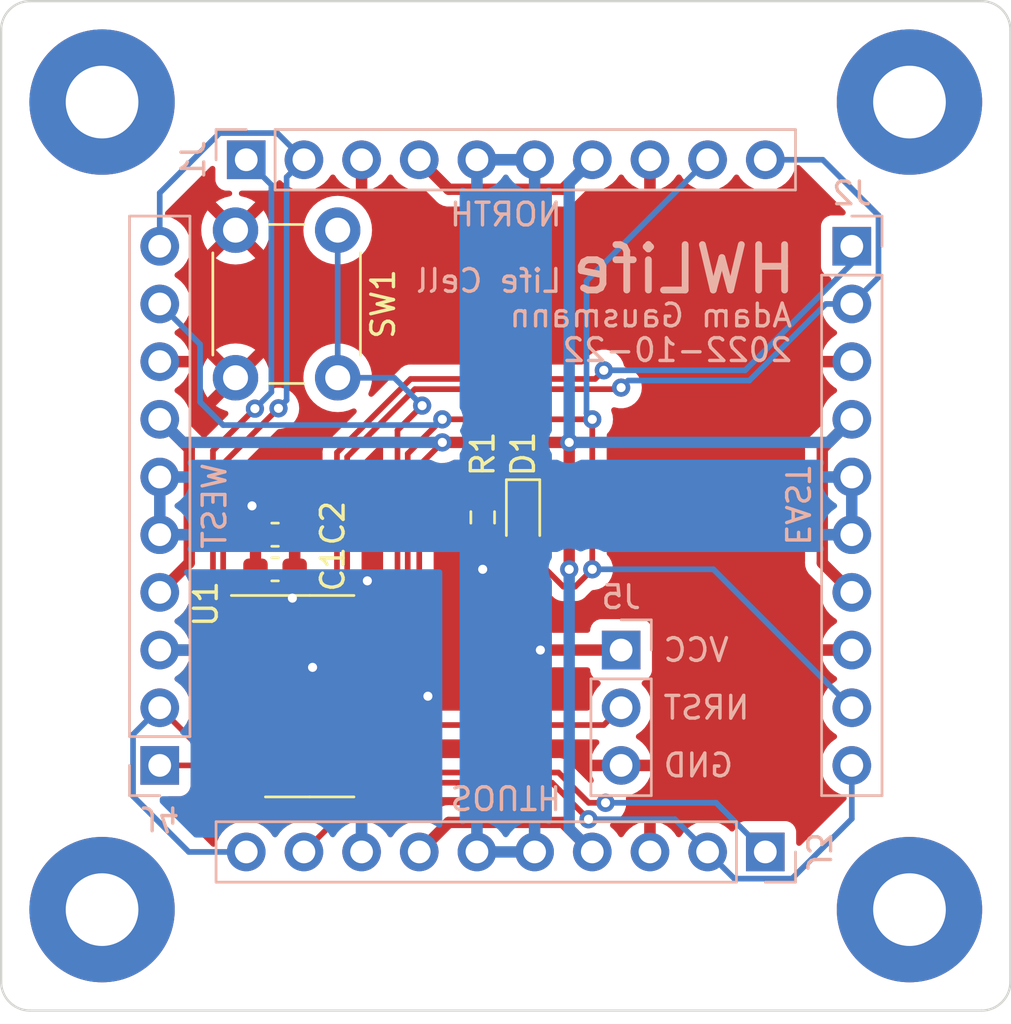
<source format=kicad_pcb>
(kicad_pcb (version 20211014) (generator pcbnew)
  (layers (0 "F.Cu" signal) (31 "B.Cu" signal) (34 "B.Paste" user) (35 "F.Paste" user) (36 "B.SilkS" user "B.Silkscreen") (37 "F.SilkS" user "F.Silkscreen") (38 "B.Mask" user) (39 "F.Mask" user) (44 "Edge.Cuts" user))
  (net 0 "")
  (net 1 "VCC")
  (net 2 "GND")
  (net 3 "/Cell/NRST")
  (net 4 "Net-(D1-Pad1)")
  (net 5 "/Cell/TOGGLE")
  (net 6 "/Cell/CLK")
  (net 7 "/Cell/DIA1")
  (net 8 "/Cell/ADJ1")
  (net 9 "/Cell/STATE")
  (net 10 "/Cell/ADJ2")
  (net 11 "/Cell/DIA2")
  (net 12 "/Cell/ADJ3")
  (net 13 "/Cell/DIA3")
  (net 14 "/Cell/ADJ4")
  (net 15 "/Cell/DIA4")
  (footprint "LED_SMD:LED_0603_1608Metric_Pad1.05x0.95mm_HandSolder" (layer "F.Cu") (at 193.802 62.738 -90)
    (fp_text reference "D1" (at -2.794 0 90) (layer "F.SilkS"))
    (fp_text value "LED")
    (fp_line (start 0.8 -0.735) (end -1.66 -0.735) (layer "F.SilkS") (width 0.12))
    (fp_line (start -1.66 0.735) (end 0.8 0.735) (layer "F.SilkS") (width 0.12))
    (fp_line (start -1.66 -0.735) (end -1.66 0.735) (layer "F.SilkS") (width 0.12))
    (pad "1" smd roundrect (at -0.875 0 270) (size 1.05 0.95) (layers "F.Cu" "F.Paste" "F.Mask") (net 4 "Net-(D1-Pad1)"))
    (pad "2" smd roundrect (at 0.875 0 270) (size 1.05 0.95) (layers "F.Cu" "F.Paste" "F.Mask") (net 9 "/Cell/STATE"))
  )
  (footprint "Button_Switch_THT:SW_PUSH_6mm_H4.3mm" (layer "F.Cu") (at 185.638 50.09 -90)
    (fp_text reference "SW1" (at 3.25 -2 90) (layer "F.SilkS"))
    (fp_text value "Toggle")
    (fp_line (start 1 5.5) (end 5.5 5.5) (layer "F.SilkS") (width 0.12))
    (fp_line (start -0.25 1.5) (end -0.25 3) (layer "F.SilkS") (width 0.12))
    (fp_line (start 6.75 3) (end 6.75 1.5) (layer "F.SilkS") (width 0.12))
    (fp_line (start 5.5 -1) (end 1 -1) (layer "F.SilkS") (width 0.12))
    (pad "1" thru_hole circle (at 6.5 0) (size 2 2) (drill 1.1) (layers *.Cu *.Mask) (net 5 "/Cell/TOGGLE"))
    (pad "1" thru_hole circle (at 0 0) (size 2 2) (drill 1.1) (layers *.Cu *.Mask) (net 5 "/Cell/TOGGLE"))
    (pad "2" thru_hole circle (at 0 4.5) (size 2 2) (drill 1.1) (layers *.Cu *.Mask) (net 2 "GND"))
    (pad "2" thru_hole circle (at 6.5 4.5) (size 2 2) (drill 1.1) (layers *.Cu *.Mask) (net 2 "GND"))
  )
  (footprint "Resistor_SMD:R_0603_1608Metric_Pad0.98x0.95mm_HandSolder" (layer "F.Cu") (at 192.024 62.738 90)
    (fp_text reference "R1" (at 2.794 0 90) (layer "F.SilkS"))
    (fp_text value "120R")
    (fp_line (start -0.254724 0.5225) (end 0.254724 0.5225) (layer "F.SilkS") (width 0.12))
    (fp_line (start -0.254724 -0.5225) (end 0.254724 -0.5225) (layer "F.SilkS") (width 0.12))
    (pad "1" smd roundrect (at -0.9125 0 90) (size 0.975 0.95) (layers "F.Cu" "F.Paste" "F.Mask") (net 1 "VCC"))
    (pad "2" smd roundrect (at 0.9125 0 90) (size 0.975 0.95) (layers "F.Cu" "F.Paste" "F.Mask") (net 4 "Net-(D1-Pad1)"))
  )
  (footprint "Package_SO:SOIC-14_3.9x8.7mm_P1.27mm" (layer "F.Cu") (at 184.404 70.612)
    (fp_text reference "U1" (at -4.572 -4.064 90) (layer "F.SilkS"))
    (fp_text value "ATtiny404-SS")
    (fp_line (start 0 4.435) (end 1.95 4.435) (layer "F.SilkS") (width 0.12))
    (fp_line (start 0 -4.435) (end -3.45 -4.435) (layer "F.SilkS") (width 0.12))
    (fp_line (start 0 -4.435) (end 1.95 -4.435) (layer "F.SilkS") (width 0.12))
    (fp_line (start 0 4.435) (end -1.95 4.435) (layer "F.SilkS") (width 0.12))
    (pad "1" smd roundrect (at -2.475 -3.81) (size 1.95 0.6) (layers "F.Cu" "F.Paste" "F.Mask") (net 1 "VCC"))
    (pad "2" smd roundrect (at -2.475 -2.54) (size 1.95 0.6) (layers "F.Cu" "F.Paste" "F.Mask") (net 11 "/Cell/DIA2"))
    (pad "3" smd roundrect (at -2.475 -1.27) (size 1.95 0.6) (layers "F.Cu" "F.Paste" "F.Mask") (net 10 "/Cell/ADJ2"))
    (pad "4" smd roundrect (at -2.475 0) (size 1.95 0.6) (layers "F.Cu" "F.Paste" "F.Mask") (net 8 "/Cell/ADJ1"))
    (pad "5" smd roundrect (at -2.475 1.27) (size 1.95 0.6) (layers "F.Cu" "F.Paste" "F.Mask") (net 7 "/Cell/DIA1"))
    (pad "6" smd roundrect (at -2.475 2.54) (size 1.95 0.6) (layers "F.Cu" "F.Paste" "F.Mask") (net 14 "/Cell/ADJ4"))
    (pad "7" smd roundrect (at -2.475 3.81) (size 1.95 0.6) (layers "F.Cu" "F.Paste" "F.Mask") (net 15 "/Cell/DIA4"))
    (pad "8" smd roundrect (at 2.475 3.81) (size 1.95 0.6) (layers "F.Cu" "F.Paste" "F.Mask") (net 12 "/Cell/ADJ3"))
    (pad "9" smd roundrect (at 2.475 2.54) (size 1.95 0.6) (layers "F.Cu" "F.Paste" "F.Mask") (net 13 "/Cell/DIA3"))
    (pad "10" smd roundrect (at 2.475 1.27) (size 1.95 0.6) (layers "F.Cu" "F.Paste" "F.Mask") (net 3 "/Cell/NRST"))
    (pad "11" smd roundrect (at 2.475 0) (size 1.95 0.6) (layers "F.Cu" "F.Paste" "F.Mask") (net 6 "/Cell/CLK"))
    (pad "12" smd roundrect (at 2.475 -1.27) (size 1.95 0.6) (layers "F.Cu" "F.Paste" "F.Mask") (net 9 "/Cell/STATE"))
    (pad "13" smd roundrect (at 2.475 -2.54) (size 1.95 0.6) (layers "F.Cu" "F.Paste" "F.Mask") (net 5 "/Cell/TOGGLE"))
    (pad "14" smd roundrect (at 2.475 -3.81) (size 1.95 0.6) (layers "F.Cu" "F.Paste" "F.Mask") (net 2 "GND"))
  )
  (footprint "MountingHole:MountingHole_3.2mm_M3_Pad" (layer "F.Cu") (at 210.82 44.45)
    (fp_text reference "H2" hide)
    (fp_text value "M3")
    (pad "1" thru_hole circle (at 0 0) (size 6.4 6.4) (drill 3.2) (layers *.Cu *.Mask))
  )
  (footprint "MountingHole:MountingHole_3.2mm_M3_Pad" (layer "F.Cu") (at 175.26 80.01)
    (fp_text reference "H4" hide)
    (fp_text value "M3")
    (pad "1" thru_hole circle (at 0 0) (size 6.4 6.4) (drill 3.2) (layers *.Cu *.Mask))
  )
  (footprint "Capacitor_SMD:C_0603_1608Metric_Pad1.08x0.95mm_HandSolder" (layer "F.Cu") (at 182.88 65.024)
    (fp_text reference "C1" (at 2.54 0 90) (layer "F.SilkS"))
    (fp_text value "100nF")
    (fp_line (start -0.146267 -0.51) (end 0.146267 -0.51) (layer "F.SilkS") (width 0.12))
    (fp_line (start -0.146267 0.51) (end 0.146267 0.51) (layer "F.SilkS") (width 0.12))
    (pad "1" smd roundrect (at -0.8625 0) (size 1.075 0.95) (layers "F.Cu" "F.Paste" "F.Mask") (net 1 "VCC"))
    (pad "2" smd roundrect (at 0.8625 0) (size 1.075 0.95) (layers "F.Cu" "F.Paste" "F.Mask") (net 2 "GND"))
  )
  (footprint "MountingHole:MountingHole_3.2mm_M3_Pad" (layer "F.Cu") (at 210.82 80.01)
    (fp_text reference "H3" hide)
    (fp_text value "M3")
    (pad "1" thru_hole circle (at 0 0) (size 6.4 6.4) (drill 3.2) (layers *.Cu *.Mask))
  )
  (footprint "MountingHole:MountingHole_3.2mm_M3_Pad" (layer "F.Cu") (at 175.26 44.45)
    (fp_text reference "H1" hide)
    (fp_text value "M3")
    (pad "1" thru_hole circle (at 0 0) (size 6.4 6.4) (drill 3.2) (layers *.Cu *.Mask))
  )
  (footprint "Capacitor_SMD:C_0603_1608Metric_Pad1.08x0.95mm_HandSolder" (layer "F.Cu") (at 182.88 63.5)
    (fp_text reference "C2" (at 2.54 -0.508 90) (layer "F.SilkS"))
    (fp_text value "Bulk")
    (fp_line (start -0.146267 -0.51) (end 0.146267 -0.51) (layer "F.SilkS") (width 0.12))
    (fp_line (start -0.146267 0.51) (end 0.146267 0.51) (layer "F.SilkS") (width 0.12))
    (pad "1" smd roundrect (at -0.8625 0) (size 1.075 0.95) (layers "F.Cu" "F.Paste" "F.Mask") (net 1 "VCC"))
    (pad "2" smd roundrect (at 0.8625 0) (size 1.075 0.95) (layers "F.Cu" "F.Paste" "F.Mask") (net 2 "GND"))
  )
  (footprint "Connector_PinHeader_2.54mm:PinHeader_1x10_P2.54mm_Vertical" (layer "B.Cu") (at 204.47 77.47 90)
    (fp_text reference "J3" (at 0 2.33 270 unlocked) (layer "B.SilkS") (effects (justify mirror)))
    (fp_text value "Interconnect")
    (fp_line (start 1.33 -1.27) (end 1.33 -24.19) (layer "B.SilkS") (width 0.12))
    (fp_line (start -1.33 -1.27) (end -1.33 -24.19) (layer "B.SilkS") (width 0.12))
    (fp_line (start -1.33 1.33) (end 0 1.33) (layer "B.SilkS") (width 0.12))
    (fp_line (start -1.33 -1.27) (end 1.33 -1.27) (layer "B.SilkS") (width 0.12))
    (fp_line (start -1.33 -24.19) (end 1.33 -24.19) (layer "B.SilkS") (width 0.12))
    (fp_line (start -1.33 0) (end -1.33 1.33) (layer "B.SilkS") (width 0.12))
    (pad "1" thru_hole rect (at 0 0 90) (size 1.7 1.7) (drill 1) (layers *.Cu *.Mask) (net 13 "/Cell/DIA3"))
    (pad "2" thru_hole oval (at 0 -2.54 90) (size 1.7 1.7) (drill 1) (layers *.Cu *.Mask) (net 12 "/Cell/ADJ3"))
    (pad "3" thru_hole oval (at 0 -5.08 90) (size 1.7 1.7) (drill 1) (layers *.Cu *.Mask) (net 2 "GND"))
    (pad "4" thru_hole oval (at 0 -7.62 90) (size 1.7 1.7) (drill 1) (layers *.Cu *.Mask) (net 6 "/Cell/CLK"))
    (pad "5" thru_hole oval (at 0 -10.16 90) (size 1.7 1.7) (drill 1) (layers *.Cu *.Mask) (net 1 "VCC"))
    (pad "6" thru_hole oval (at 0 -12.7 90) (size 1.7 1.7) (drill 1) (layers *.Cu *.Mask) (net 1 "VCC"))
    (pad "7" thru_hole oval (at 0 -15.24 90) (size 1.7 1.7) (drill 1) (layers *.Cu *.Mask) (net 6 "/Cell/CLK"))
    (pad "8" thru_hole oval (at 0 -17.78 90) (size 1.7 1.7) (drill 1) (layers *.Cu *.Mask) (net 2 "GND"))
    (pad "9" thru_hole oval (at 0 -20.32 90) (size 1.7 1.7) (drill 1) (layers *.Cu *.Mask) (net 9 "/Cell/STATE"))
    (pad "10" thru_hole oval (at 0 -22.86 90) (size 1.7 1.7) (drill 1) (layers *.Cu *.Mask) (net 14 "/Cell/ADJ4"))
  )
  (footprint "Connector_PinHeader_2.54mm:PinHeader_1x10_P2.54mm_Vertical" (layer "B.Cu") (at 177.8 73.66)
    (fp_text reference "J4" (at 0 2.33 180 unlocked) (layer "B.SilkS") (effects (justify mirror)))
    (fp_text value "Interconnect")
    (fp_line (start -1.33 -1.27) (end 1.33 -1.27) (layer "B.SilkS") (width 0.12))
    (fp_line (start 1.33 -1.27) (end 1.33 -24.19) (layer "B.SilkS") (width 0.12))
    (fp_line (start -1.33 -24.19) (end 1.33 -24.19) (layer "B.SilkS") (width 0.12))
    (fp_line (start -1.33 -1.27) (end -1.33 -24.19) (layer "B.SilkS") (width 0.12))
    (fp_line (start -1.33 0) (end -1.33 1.33) (layer "B.SilkS") (width 0.12))
    (fp_line (start -1.33 1.33) (end 0 1.33) (layer "B.SilkS") (width 0.12))
    (pad "1" thru_hole rect (at 0 0) (size 1.7 1.7) (drill 1) (layers *.Cu *.Mask) (net 15 "/Cell/DIA4"))
    (pad "2" thru_hole oval (at 0 -2.54) (size 1.7 1.7) (drill 1) (layers *.Cu *.Mask) (net 14 "/Cell/ADJ4"))
    (pad "3" thru_hole oval (at 0 -5.08) (size 1.7 1.7) (drill 1) (layers *.Cu *.Mask) (net 2 "GND"))
    (pad "4" thru_hole oval (at 0 -7.62) (size 1.7 1.7) (drill 1) (layers *.Cu *.Mask) (net 6 "/Cell/CLK"))
    (pad "5" thru_hole oval (at 0 -10.16) (size 1.7 1.7) (drill 1) (layers *.Cu *.Mask) (net 1 "VCC"))
    (pad "6" thru_hole oval (at 0 -12.7) (size 1.7 1.7) (drill 1) (layers *.Cu *.Mask) (net 1 "VCC"))
    (pad "7" thru_hole oval (at 0 -15.24) (size 1.7 1.7) (drill 1) (layers *.Cu *.Mask) (net 6 "/Cell/CLK"))
    (pad "8" thru_hole oval (at 0 -17.78) (size 1.7 1.7) (drill 1) (layers *.Cu *.Mask) (net 2 "GND"))
    (pad "9" thru_hole oval (at 0 -20.32) (size 1.7 1.7) (drill 1) (layers *.Cu *.Mask) (net 9 "/Cell/STATE"))
    (pad "10" thru_hole oval (at 0 -22.86) (size 1.7 1.7) (drill 1) (layers *.Cu *.Mask) (net 8 "/Cell/ADJ1"))
  )
  (footprint "Connector_PinHeader_2.54mm:PinHeader_1x10_P2.54mm_Vertical" (layer "B.Cu") (at 181.61 46.99 -90)
    (fp_text reference "J1" (at 0 2.33 90 unlocked) (layer "B.SilkS") (effects (justify mirror)))
    (fp_text value "Interconnect")
    (fp_line (start -1.33 0) (end -1.33 1.33) (layer "B.SilkS") (width 0.12))
    (fp_line (start -1.33 1.33) (end 0 1.33) (layer "B.SilkS") (width 0.12))
    (fp_line (start 1.33 -1.27) (end 1.33 -24.19) (layer "B.SilkS") (width 0.12))
    (fp_line (start -1.33 -24.19) (end 1.33 -24.19) (layer "B.SilkS") (width 0.12))
    (fp_line (start -1.33 -1.27) (end -1.33 -24.19) (layer "B.SilkS") (width 0.12))
    (fp_line (start -1.33 -1.27) (end 1.33 -1.27) (layer "B.SilkS") (width 0.12))
    (pad "1" thru_hole rect (at 0 0 270) (size 1.7 1.7) (drill 1) (layers *.Cu *.Mask) (net 7 "/Cell/DIA1"))
    (pad "2" thru_hole oval (at 0 -2.54 270) (size 1.7 1.7) (drill 1) (layers *.Cu *.Mask) (net 8 "/Cell/ADJ1"))
    (pad "3" thru_hole oval (at 0 -5.08 270) (size 1.7 1.7) (drill 1) (layers *.Cu *.Mask) (net 2 "GND"))
    (pad "4" thru_hole oval (at 0 -7.62 270) (size 1.7 1.7) (drill 1) (layers *.Cu *.Mask) (net 6 "/Cell/CLK"))
    (pad "5" thru_hole oval (at 0 -10.16 270) (size 1.7 1.7) (drill 1) (layers *.Cu *.Mask) (net 1 "VCC"))
    (pad "6" thru_hole oval (at 0 -12.7 270) (size 1.7 1.7) (drill 1) (layers *.Cu *.Mask) (net 1 "VCC"))
    (pad "7" thru_hole oval (at 0 -15.24 270) (size 1.7 1.7) (drill 1) (layers *.Cu *.Mask) (net 6 "/Cell/CLK"))
    (pad "8" thru_hole oval (at 0 -17.78 270) (size 1.7 1.7) (drill 1) (layers *.Cu *.Mask) (net 2 "GND"))
    (pad "9" thru_hole oval (at 0 -20.32 270) (size 1.7 1.7) (drill 1) (layers *.Cu *.Mask) (net 9 "/Cell/STATE"))
    (pad "10" thru_hole oval (at 0 -22.86 270) (size 1.7 1.7) (drill 1) (layers *.Cu *.Mask) (net 10 "/Cell/ADJ2"))
  )
  (footprint "Connector_PinHeader_2.54mm:PinHeader_1x10_P2.54mm_Vertical" (layer "B.Cu") (at 208.28 50.8 180)
    (fp_text reference "J2" (at 0 2.33 unlocked) (layer "B.SilkS") (effects (justify mirror)))
    (fp_text value "Interconnect")
    (fp_line (start -1.33 -1.27) (end 1.33 -1.27) (layer "B.SilkS") (width 0.12))
    (fp_line (start -1.33 -1.27) (end -1.33 -24.19) (layer "B.SilkS") (width 0.12))
    (fp_line (start -1.33 1.33) (end 0 1.33) (layer "B.SilkS") (width 0.12))
    (fp_line (start 1.33 -1.27) (end 1.33 -24.19) (layer "B.SilkS") (width 0.12))
    (fp_line (start -1.33 0) (end -1.33 1.33) (layer "B.SilkS") (width 0.12))
    (fp_line (start -1.33 -24.19) (end 1.33 -24.19) (layer "B.SilkS") (width 0.12))
    (pad "1" thru_hole rect (at 0 0 180) (size 1.7 1.7) (drill 1) (layers *.Cu *.Mask) (net 11 "/Cell/DIA2"))
    (pad "2" thru_hole oval (at 0 -2.54 180) (size 1.7 1.7) (drill 1) (layers *.Cu *.Mask) (net 10 "/Cell/ADJ2"))
    (pad "3" thru_hole oval (at 0 -5.08 180) (size 1.7 1.7) (drill 1) (layers *.Cu *.Mask) (net 2 "GND"))
    (pad "4" thru_hole oval (at 0 -7.62 180) (size 1.7 1.7) (drill 1) (layers *.Cu *.Mask) (net 6 "/Cell/CLK"))
    (pad "5" thru_hole oval (at 0 -10.16 180) (size 1.7 1.7) (drill 1) (layers *.Cu *.Mask) (net 1 "VCC"))
    (pad "6" thru_hole oval (at 0 -12.7 180) (size 1.7 1.7) (drill 1) (layers *.Cu *.Mask) (net 1 "VCC"))
    (pad "7" thru_hole oval (at 0 -15.24 180) (size 1.7 1.7) (drill 1) (layers *.Cu *.Mask) (net 6 "/Cell/CLK"))
    (pad "8" thru_hole oval (at 0 -17.78 180) (size 1.7 1.7) (drill 1) (layers *.Cu *.Mask) (net 2 "GND"))
    (pad "9" thru_hole oval (at 0 -20.32 180) (size 1.7 1.7) (drill 1) (layers *.Cu *.Mask) (net 9 "/Cell/STATE"))
    (pad "10" thru_hole oval (at 0 -22.86 180) (size 1.7 1.7) (drill 1) (layers *.Cu *.Mask) (net 12 "/Cell/ADJ3"))
  )
  (footprint "Connector_PinHeader_2.54mm:PinHeader_1x03_P2.54mm_Vertical" (layer "B.Cu") (at 198.12 68.58 180)
    (fp_text reference "J5" (at 0 2.33) (layer "B.SilkS") (effects (justify mirror)))
    (fp_text value "UPDI")
    (fp_line (start -1.33 0) (end -1.33 1.33) (layer "B.SilkS") (width 0.12))
    (fp_line (start 1.33 -1.27) (end 1.33 -6.41) (layer "B.SilkS") (width 0.12))
    (fp_line (start -1.33 -1.27) (end -1.33 -6.41) (layer "B.SilkS") (width 0.12))
    (fp_line (start -1.33 -1.27) (end 1.33 -1.27) (layer "B.SilkS") (width 0.12))
    (fp_line (start -1.33 -6.41) (end 1.33 -6.41) (layer "B.SilkS") (width 0.12))
    (fp_line (start -1.33 1.33) (end 0 1.33) (layer "B.SilkS") (width 0.12))
    (pad "1" thru_hole rect (at 0 0 180) (size 1.7 1.7) (drill 1) (layers *.Cu *.Mask) (net 1 "VCC"))
    (pad "2" thru_hole oval (at 0 -2.54 180) (size 1.7 1.7) (drill 1) (layers *.Cu *.Mask) (net 3 "/Cell/NRST"))
    (pad "3" thru_hole oval (at 0 -5.08 180) (size 1.7 1.7) (drill 1) (layers *.Cu *.Mask) (net 2 "GND"))
  )
  (gr_line (start 213.995 84.455) (end 172.085 84.455) (layer "Edge.Cuts") (width 0.1))
  (gr_line (start 215.265 41.275) (end 215.265 83.185) (layer "Edge.Cuts") (width 0.1))
  (gr_arc (start 213.995 40.005) (mid 214.893026 40.376974) (end 215.265 41.275) (layer "Edge.Cuts") (width 0.1))
  (gr_line (start 172.085 40.005) (end 213.995 40.005) (layer "Edge.Cuts") (width 0.1))
  (gr_arc (start 170.815 41.275) (mid 171.186974 40.376974) (end 172.085 40.005) (layer "Edge.Cuts") (width 0.1))
  (gr_arc (start 172.085 84.455) (mid 171.186974 84.083026) (end 170.815 83.185) (layer "Edge.Cuts") (width 0.1))
  (gr_line (start 170.815 83.185) (end 170.815 41.275) (layer "Edge.Cuts") (width 0.1))
  (gr_arc (start 215.265 83.185) (mid 214.893026 84.083026) (end 213.995 84.455) (layer "Edge.Cuts") (width 0.1))
  (gr_text "Adam Gausmann" (at 205.74 53.848) (layer "B.SilkS") (effects (font (size 1 1)) (justify left mirror)))
  (gr_text "VCC" (at 199.898 68.58) (layer "B.SilkS") (effects (font (size 1 1)) (justify right mirror)))
  (gr_text "NORTH" (at 193.04 49.403) (layer "B.SilkS") (effects (font (size 1 1)) (justify mirror)))
  (gr_text "SOUTH" (at 193.04 75.057 180) (layer "B.SilkS") (effects (font (size 1 1)) (justify mirror)))
  (gr_text "Life Cell" (at 195.58 52.324) (layer "B.SilkS") (effects (font (size 1 1)) (justify left mirror)))
  (gr_text "HWLife" (at 205.994 51.816) (layer "B.SilkS") (effects (font (size 2 2) (thickness 0.3)) (justify left mirror)))
  (gr_text "NRST" (at 199.898 71.12) (layer "B.SilkS") (effects (font (size 1 1)) (justify right mirror)))
  (gr_text "WEST" (at 180.213 62.23 90) (layer "B.SilkS") (effects (font (size 1 1)) (justify mirror)))
  (gr_text "GND\n" (at 199.898 73.66) (layer "B.SilkS") (effects (font (size 1 1)) (justify right mirror)))
  (gr_text "EAST" (at 205.867 62.23 270) (layer "B.SilkS") (effects (font (size 1 1)) (justify mirror)))
  (gr_text "2022-10-22" (at 205.74 55.372) (layer "B.SilkS") (effects (font (size 1 1)) (justify left mirror)))
  (segment (start 182.0175 66.7135) (end 181.929 66.802) (width 0.5) (layer "F.Cu") (net 1))
  (segment (start 182.0175 62.3835) (end 181.864 62.23) (width 0.5) (layer "F.Cu") (net 1))
  (segment (start 194.564 68.58) (end 198.12 68.58) (width 0.5) (layer "F.Cu") (net 1))
  (segment (start 192.024 63.6505) (end 192.024 65.024) (width 0.5) (layer "F.Cu") (net 1))
  (segment (start 182.0175 63.5) (end 182.0175 62.3835) (width 0.5) (layer "F.Cu") (net 1))
  (segment (start 182.0175 65.024) (end 182.0175 66.7135) (width 0.5) (layer "F.Cu") (net 1))
  (segment (start 182.0175 65.024) (end 182.0175 63.5) (width 0.5) (layer "F.Cu") (net 1))
  (via (at 181.864 62.23) (size 0.8) (drill 0.4) (layers "F.Cu" "B.Cu") (net 1))
  (via (at 192.024 65.024) (size 0.8) (drill 0.4) (layers "F.Cu" "B.Cu") (net 1))
  (via (at 194.564 68.58) (size 0.8) (drill 0.4) (layers "F.Cu" "B.Cu") (net 1))
  (segment (start 177.8 60.96) (end 177.8 63.5) (width 0.5) (layer "B.Cu") (net 1))
  (segment (start 208.28 60.96) (end 208.28 63.5) (width 0.5) (layer "B.Cu") (net 1))
  (segment (start 194.31 46.99) (end 191.77 46.99) (width 0.5) (layer "B.Cu") (net 1))
  (segment (start 194.31 77.47) (end 191.77 77.47) (width 0.5) (layer "B.Cu") (net 1))
  (via (at 184.531 69.342) (size 0.8) (drill 0.4) (layers "F.Cu" "B.Cu") (net 2))
  (via (at 183.642 66.294) (size 0.8) (drill 0.4) (layers "F.Cu" "B.Cu") (net 2))
  (via (at 189.611 70.612) (size 0.8) (drill 0.4) (layers "F.Cu" "B.Cu") (net 2))
  (via (at 186.944 65.532) (size 0.8) (drill 0.4) (layers "F.Cu" "B.Cu") (net 2))
  (segment (start 197.358 71.882) (end 186.879 71.882) (width 0.25) (layer "F.Cu") (net 3))
  (segment (start 198.12 71.12) (end 197.358 71.882) (width 0.25) (layer "F.Cu") (net 3))
  (segment (start 193.802 61.863) (end 192.0615 61.863) (width 0.25) (layer "F.Cu") (net 4))
  (segment (start 192.0615 61.863) (end 192.024 61.8255) (width 0.25) (layer "F.Cu") (net 4))
  (segment (start 188.272 58.9015) (end 188.272 67.437) (width 0.25) (layer "F.Cu") (net 5))
  (segment (start 187.637 68.072) (end 186.879 68.072) (width 0.25) (layer "F.Cu") (net 5))
  (segment (start 188.272 67.437) (end 187.637 68.072) (width 0.25) (layer "F.Cu") (net 5))
  (segment (start 189.357 57.8165) (end 188.272 58.9015) (width 0.25) (layer "F.Cu") (net 5))
  (via (at 189.357 57.8165) (size 0.8) (drill 0.4) (layers "F.Cu" "B.Cu") (net 5))
  (segment (start 185.638 56.59) (end 188.1305 56.59) (width 0.25) (layer "B.Cu") (net 5))
  (segment (start 185.638 56.59) (end 185.638 50.09) (width 0.25) (layer "B.Cu") (net 5))
  (segment (start 188.1305 56.59) (end 189.357 57.8165) (width 0.25) (layer "B.Cu") (net 5))
  (segment (start 179.1 59.72) (end 179.1 64.74) (width 0.5) (layer "F.Cu") (net 6))
  (segment (start 195.55 48.29) (end 190.53 48.29) (width 0.5) (layer "F.Cu") (net 6))
  (segment (start 186.879 70.612) (end 187.580396 70.612) (width 0.25) (layer "F.Cu") (net 6))
  (segment (start 190.246 59.436) (end 195.834 59.436) (width 0.5) (layer "F.Cu") (net 6))
  (segment (start 189.23 77.47) (end 190.53 76.17) (width 0.5) (layer "F.Cu") (net 6))
  (segment (start 208.28 58.42) (end 206.98 59.72) (width 0.5) (layer "F.Cu") (net 6))
  (segment (start 190.53 76.17) (end 195.55 76.17) (width 0.5) (layer "F.Cu") (net 6))
  (segment (start 190.53 48.29) (end 189.23 46.99) (width 0.5) (layer "F.Cu") (net 6))
  (segment (start 195.55 76.17) (end 196.85 77.47) (width 0.5) (layer "F.Cu") (net 6))
  (segment (start 206.98 59.72) (end 206.98 64.74) (width 0.5) (layer "F.Cu") (net 6))
  (segment (start 187.580396 70.612) (end 189.23 68.962396) (width 0.25) (layer "F.Cu") (net 6))
  (segment (start 177.8 58.42) (end 179.1 59.72) (width 0.5) (layer "F.Cu") (net 6))
  (segment (start 206.98 64.74) (end 208.28 66.04) (width 0.5) (layer "F.Cu") (net 6))
  (segment (start 179.1 64.74) (end 177.8 66.04) (width 0.5) (layer "F.Cu") (net 6))
  (segment (start 189.23 60.452) (end 190.246 59.436) (width 0.25) (layer "F.Cu") (net 6))
  (segment (start 196.85 46.99) (end 195.55 48.29) (width 0.5) (layer "F.Cu") (net 6))
  (segment (start 195.834 59.436) (end 195.834 65.024) (width 0.5) (layer "F.Cu") (net 6))
  (segment (start 189.23 68.962396) (end 189.23 60.452) (width 0.25) (layer "F.Cu") (net 6))
  (via (at 195.834 65.024) (size 0.8) (drill 0.4) (layers "F.Cu" "B.Cu") (net 6))
  (via (at 190.246 59.436) (size 0.8) (drill 0.4) (layers "F.Cu" "B.Cu") (net 6))
  (via (at 195.834 59.436) (size 0.8) (drill 0.4) (layers "F.Cu" "B.Cu") (net 6))
  (segment (start 195.834 59.436) (end 195.834 48.006) (width 0.5) (layer "B.Cu") (net 6))
  (segment (start 195.834 76.454) (end 195.834 65.024) (width 0.5) (layer "B.Cu") (net 6))
  (segment (start 208.28 58.42) (end 207.264 59.436) (width 0.5) (layer "B.Cu") (net 6))
  (segment (start 178.816 59.436) (end 177.8 58.42) (width 0.5) (layer "B.Cu") (net 6))
  (segment (start 195.834 48.006) (end 196.85 46.99) (width 0.5) (layer "B.Cu") (net 6))
  (segment (start 190.246 59.436) (end 178.816 59.436) (width 0.5) (layer "B.Cu") (net 6))
  (segment (start 196.85 77.47) (end 195.834 76.454) (width 0.5) (layer "B.Cu") (net 6))
  (segment (start 207.264 59.436) (end 195.834 59.436) (width 0.5) (layer "B.Cu") (net 6))
  (segment (start 181.356 71.882) (end 181.929 71.882) (width 0.25) (layer "F.Cu") (net 7))
  (segment (start 181.991 57.9495) (end 180.144 59.7965) (width 0.25) (layer "F.Cu") (net 7))
  (segment (start 180.144 59.7965) (end 180.144 70.67) (width 0.25) (layer "F.Cu") (net 7))
  (segment (start 180.144 70.67) (end 181.356 71.882) (width 0.25) (layer "F.Cu") (net 7))
  (via (at 181.991 57.9495) (size 0.8) (drill 0.4) (layers "F.Cu" "B.Cu") (net 7))
  (segment (start 182.717 48.097) (end 181.61 46.99) (width 0.25) (layer "B.Cu") (net 7))
  (segment (start 182.717 57.2235) (end 182.717 48.097) (width 0.25) (layer "B.Cu") (net 7))
  (segment (start 181.991 57.9495) (end 182.717 57.2235) (width 0.25) (layer "B.Cu") (net 7))
  (segment (start 180.594 70.358) (end 180.848 70.612) (width 0.25) (layer "F.Cu") (net 8))
  (segment (start 180.848 70.612) (end 181.929 70.612) (width 0.25) (layer "F.Cu") (net 8))
  (segment (start 183.03005 57.93505) (end 180.594 60.3711) (width 0.25) (layer "F.Cu") (net 8))
  (segment (start 180.594 60.3711) (end 180.594 70.358) (width 0.25) (layer "F.Cu") (net 8))
  (via (at 183.03005 57.93505) (size 0.8) (drill 0.4) (layers "F.Cu" "B.Cu") (net 8))
  (segment (start 182.975 45.815) (end 184.15 46.99) (width 0.25) (layer "B.Cu") (net 8))
  (segment (start 183.388 47.752) (end 184.15 46.99) (width 0.25) (layer "B.Cu") (net 8))
  (segment (start 177.8 48.45) (end 180.435 45.815) (width 0.25) (layer "B.Cu") (net 8))
  (segment (start 183.03005 57.93505) (end 183.388 57.5771) (width 0.25) (layer "B.Cu") (net 8))
  (segment (start 183.388 57.5771) (end 183.388 47.752) (width 0.25) (layer "B.Cu") (net 8))
  (segment (start 180.435 45.815) (end 182.975 45.815) (width 0.25) (layer "B.Cu") (net 8))
  (segment (start 177.8 50.8) (end 177.8 48.45) (width 0.25) (layer "B.Cu") (net 8))
  (segment (start 190.246 58.42) (end 190.236695 58.42) (width 0.25) (layer "F.Cu") (net 9))
  (segment (start 186.879 69.342) (end 186.502249 69.342) (width 0.25) (layer "F.Cu") (net 9))
  (segment (start 185.547 76.073) (end 184.15 77.47) (width 0.25) (layer "F.Cu") (net 9))
  (segment (start 196.097305 65.786) (end 195.570695 65.786) (width 0.25) (layer "F.Cu") (net 9))
  (segment (start 190.246 58.42) (end 196.85 58.42) (width 0.25) (layer "F.Cu") (net 9))
  (segment (start 187.452 69.342) (end 186.879 69.342) (width 0.25) (layer "F.Cu") (net 9))
  (segment (start 186.502249 69.342) (end 185.547 70.297249) (width 0.25) (layer "F.Cu") (net 9))
  (segment (start 196.85 58.42) (end 196.85 65.024) (width 0.25) (layer "F.Cu") (net 9))
  (segment (start 196.85 65.033305) (end 196.097305 65.786) (width 0.25) (layer "F.Cu") (net 9))
  (segment (start 188.722 68.072) (end 187.452 69.342) (width 0.25) (layer "F.Cu") (net 9))
  (segment (start 185.547 70.297249) (end 185.547 76.073) (width 0.25) (layer "F.Cu") (net 9))
  (segment (start 193.802 64.017305) (end 193.802 63.613) (width 0.25) (layer "F.Cu") (net 9))
  (segment (start 195.570695 65.786) (end 193.802 64.017305) (width 0.25) (layer "F.Cu") (net 9))
  (segment (start 190.236695 58.42) (end 188.722 59.934695) (width 0.25) (layer "F.Cu") (net 9))
  (segment (start 196.85 65.024) (end 196.85 65.033305) (width 0.25) (layer "F.Cu") (net 9))
  (segment (start 188.722 59.934695) (end 188.722 68.072) (width 0.25) (layer "F.Cu") (net 9))
  (via (at 196.85 58.42) (size 0.8) (drill 0.4) (layers "F.Cu" "B.Cu") (net 9))
  (via (at 190.246 58.42) (size 0.8) (drill 0.4) (layers "F.Cu" "B.Cu") (net 9))
  (via (at 196.85 65.024) (size 0.8) (drill 0.4) (layers "F.Cu" "B.Cu") (net 9))
  (segment (start 196.596 52.324) (end 201.93 46.99) (width 0.25) (layer "B.Cu") (net 9))
  (segment (start 202.184 65.024) (end 208.28 71.12) (width 0.25) (layer "B.Cu") (net 9))
  (segment (start 177.8 53.34) (end 179.578 55.118) (width 0.25) (layer "B.Cu") (net 9))
  (segment (start 196.596 58.166) (end 196.596 52.324) (width 0.25) (layer "B.Cu") (net 9))
  (segment (start 179.578 57.658) (end 180.594 58.674) (width 0.25) (layer "B.Cu") (net 9))
  (segment (start 196.85 65.024) (end 202.184 65.024) (width 0.25) (layer "B.Cu") (net 9))
  (segment (start 189.992 58.674) (end 190.246 58.42) (width 0.25) (layer "B.Cu") (net 9))
  (segment (start 179.578 55.118) (end 179.578 57.658) (width 0.25) (layer "B.Cu") (net 9))
  (segment (start 180.594 58.674) (end 189.992 58.674) (width 0.25) (layer "B.Cu") (net 9))
  (segment (start 196.85 58.42) (end 196.596 58.166) (width 0.25) (layer "B.Cu") (net 9))
  (segment (start 186.055 60.071) (end 186.055 65.913) (width 0.25) (layer "F.Cu") (net 10))
  (segment (start 189.034 57.092) (end 186.055 60.071) (width 0.25) (layer "F.Cu") (net 10))
  (segment (start 198.12 57.023) (end 198.051 57.092) (width 0.25) (layer "F.Cu") (net 10))
  (segment (start 186.055 65.913) (end 182.626 69.342) (width 0.25) (layer "F.Cu") (net 10))
  (segment (start 182.626 69.342) (end 181.929 69.342) (width 0.25) (layer "F.Cu") (net 10))
  (segment (start 198.051 57.092) (end 189.034 57.092) (width 0.25) (layer "F.Cu") (net 10))
  (via (at 198.12 57.023) (size 0.8) (drill 0.4) (layers "F.Cu" "B.Cu") (net 10))
  (segment (start 198.12 57.023) (end 198.432 56.711) (width 0.25) (layer "B.Cu") (net 10))
  (segment (start 209.455 52.165) (end 209.455 49.443556) (width 0.25) (layer "B.Cu") (net 10))
  (segment (start 203.767396 56.711) (end 207.138396 53.34) (width 0.25) (layer "B.Cu") (net 10))
  (segment (start 207.001444 46.99) (end 204.47 46.99) (width 0.25) (layer "B.Cu") (net 10))
  (segment (start 198.432 56.711) (end 203.767396 56.711) (width 0.25) (layer "B.Cu") (net 10))
  (segment (start 209.455 49.443556) (end 207.001444 46.99) (width 0.25) (layer "B.Cu") (net 10))
  (segment (start 207.138396 53.34) (end 208.28 53.34) (width 0.25) (layer "B.Cu") (net 10))
  (segment (start 208.598198 53.021802) (end 209.455 52.165) (width 0.25) (layer "B.Cu") (net 10))
  (segment (start 188.847604 56.642) (end 185.605 59.884604) (width 0.25) (layer "F.Cu") (net 11))
  (segment (start 185.605 65.659) (end 183.192 68.072) (width 0.25) (layer "F.Cu") (net 11))
  (segment (start 183.192 68.072) (end 181.929 68.072) (width 0.25) (layer "F.Cu") (net 11))
  (segment (start 197.358 56.261) (end 196.977 56.642) (width 0.25) (layer "F.Cu") (net 11))
  (segment (start 185.605 59.884604) (end 185.605 65.659) (width 0.25) (layer "F.Cu") (net 11))
  (segment (start 196.977 56.642) (end 188.847604 56.642) (width 0.25) (layer "F.Cu") (net 11))
  (via (at 197.358 56.261) (size 0.8) (drill 0.4) (layers "F.Cu" "B.Cu") (net 11))
  (segment (start 208.28 51.562) (end 208.28 50.8) (width 0.25) (layer "B.Cu") (net 11))
  (segment (start 197.358 56.261) (end 203.581 56.261) (width 0.25) (layer "B.Cu") (net 11))
  (segment (start 203.581 56.261) (end 208.28 51.562) (width 0.25) (layer "B.Cu") (net 11))
  (segment (start 196.6835 76.030092) (end 195.075408 74.422) (width 0.25) (layer "F.Cu") (net 12))
  (segment (start 195.075408 74.422) (end 186.879 74.422) (width 0.25) (layer "F.Cu") (net 12))
  (via (at 196.6835 76.030092) (size 0.8) (drill 0.4) (layers "F.Cu" "B.Cu") (net 12))
  (segment (start 203.105 78.645) (end 205.645 78.645) (width 0.25) (layer "B.Cu") (net 12))
  (segment (start 201.93 77.47) (end 203.105 78.645) (width 0.25) (layer "B.Cu") (net 12))
  (segment (start 208.28 76.01) (end 208.28 73.66) (width 0.25) (layer "B.Cu") (net 12))
  (segment (start 201.93 77.47) (end 200.490092 76.030092) (width 0.25) (layer "B.Cu") (net 12))
  (segment (start 200.490092 76.030092) (end 196.6835 76.030092) (width 0.25) (layer "B.Cu") (net 12))
  (segment (start 205.645 78.645) (end 208.28 76.01) (width 0.25) (layer "B.Cu") (net 12))
  (segment (start 188.1815 73.152) (end 189.0015 73.972) (width 0.25) (layer "F.Cu") (net 13))
  (segment (start 196.695121 75.305592) (end 197.43465 75.305592) (width 0.25) (layer "F.Cu") (net 13))
  (segment (start 186.879 73.152) (end 188.1815 73.152) (width 0.25) (layer "F.Cu") (net 13))
  (segment (start 189.0015 73.972) (end 195.361529 73.972) (width 0.25) (layer "F.Cu") (net 13))
  (segment (start 195.361529 73.972) (end 196.695121 75.305592) (width 0.25) (layer "F.Cu") (net 13))
  (via (at 197.43465 75.305592) (size 0.8) (drill 0.4) (layers "F.Cu" "B.Cu") (net 13))
  (segment (start 204.47 77.47) (end 202.305592 75.305592) (width 0.25) (layer "B.Cu") (net 13))
  (segment (start 202.305592 75.305592) (end 197.43465 75.305592) (width 0.25) (layer "B.Cu") (net 13))
  (segment (start 181.929 73.152) (end 179.832 73.152) (width 0.25) (layer "F.Cu") (net 14))
  (segment (start 179.832 73.152) (end 177.8 71.12) (width 0.25) (layer "F.Cu") (net 14))
  (segment (start 177.8 71.12) (end 176.625 72.295) (width 0.25) (layer "B.Cu") (net 14))
  (segment (start 176.625 75.016444) (end 179.078556 77.47) (width 0.25) (layer "B.Cu") (net 14))
  (segment (start 176.625 72.295) (end 176.625 75.016444) (width 0.25) (layer "B.Cu") (net 14))
  (segment (start 179.078556 77.47) (end 181.61 77.47) (width 0.25) (layer "B.Cu") (net 14))
  (segment (start 181.229 74.422) (end 181.929 74.422) (width 0.25) (layer "F.Cu") (net 15))
  (segment (start 177.8 73.66) (end 180.467 73.66) (width 0.25) (layer "F.Cu") (net 15))
  (segment (start 180.467 73.66) (end 181.229 74.422) (width 0.25) (layer "F.Cu") (net 15))
  (zone (net 2) (net_name "GND") (layer "F.Cu") (connect_pads (clearance 0.508)) (min_thickness 0.254) (fill yes (thermal_gap 0.508) (thermal_bridge_width 0.508))
    (polygon (pts (xy 208.28 74.93) (xy 205.74 77.47) (xy 180.34 77.47) (xy 177.8 74.93) (xy 177.8 49.53) (xy 180.34 46.99) (xy 205.74 46.99) (xy 208.28 49.53)))
  )
  (zone (net 1) (net_name "VCC") (layer "B.Cu") (connect_pads (clearance 0.508)) (min_thickness 0.254) (fill yes (thermal_gap 0.508) (thermal_bridge_width 0.508))
    (polygon (pts (xy 195.072 60.198) (xy 208.28 60.198) (xy 208.28 64.262) (xy 195.072 64.262) (xy 195.072 76.962) (xy 191.008 76.962) (xy 191.008 64.262) (xy 177.8 64.262) (xy 177.8 60.198) (xy 191.008 60.198) (xy 191.008 46.482) (xy 195.072 46.482)))
  )
  (zone (net 2) (net_name "GND") (layer "B.Cu") (connect_pads (clearance 0.508)) (min_thickness 0.254) (fill yes (thermal_gap 0.508) (thermal_bridge_width 0.508))
    (polygon (pts (xy 190.246 77.47) (xy 177.8 77.724) (xy 177.8 65.024) (xy 190.246 65.024)))
  )
)
</source>
